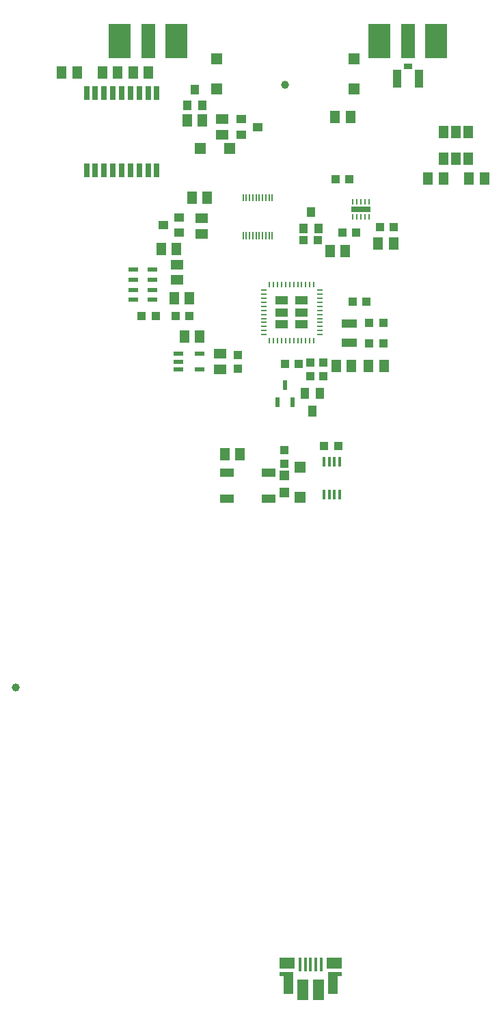
<source format=gbr>
G04 EAGLE Gerber RS-274X export*
G75*
%MOMM*%
%FSLAX34Y34*%
%LPD*%
%INSolderpaste Top*%
%IPPOS*%
%AMOC8*
5,1,8,0,0,1.08239X$1,22.5*%
G01*
%ADD10C,1.000762*%
%ADD11R,1.240000X1.500000*%
%ADD12R,1.000000X1.100000*%
%ADD13R,1.500000X1.240000*%
%ADD14R,1.100000X1.000000*%
%ADD15R,1.200000X0.550000*%
%ADD16R,1.400000X1.400000*%
%ADD17R,0.750000X0.250000*%
%ADD18R,0.250000X0.750000*%
%ADD19R,1.500000X1.000000*%
%ADD20R,1.900000X1.100000*%
%ADD21R,1.200000X1.000000*%
%ADD22R,1.200000X0.500000*%
%ADD23R,0.230000X0.930000*%
%ADD24R,0.200000X0.890000*%
%ADD25R,0.254000X0.711200*%
%ADD26R,2.387600X0.635000*%
%ADD27R,1.424941X2.499994*%
%ADD28R,0.400000X1.750000*%
%ADD29R,1.968500X1.333500*%
%ADD30R,1.270000X2.794000*%
%ADD31R,1.778000X0.571500*%
%ADD32R,1.168400X1.600200*%
%ADD33R,0.558800X1.270000*%
%ADD34R,1.050000X2.200000*%
%ADD35R,1.000000X0.800000*%
%ADD36R,0.800000X1.800000*%
%ADD37R,0.700000X1.800000*%
%ADD38R,1.778000X4.191000*%
%ADD39R,2.667000X4.191000*%
%ADD40R,1.651000X1.000000*%
%ADD41R,0.400000X1.200000*%
%ADD42R,1.200000X1.200000*%
%ADD43R,1.000000X1.200000*%
%ADD44R,1.000000X1.400000*%


D10*
X216600Y523700D03*
X550164Y1270000D03*
D11*
X425410Y958450D03*
X444410Y958450D03*
D12*
X491420Y935520D03*
X491420Y918520D03*
D13*
X469200Y936520D03*
X469200Y917520D03*
D14*
X633420Y1001310D03*
X650420Y1001310D03*
D15*
X418099Y936520D03*
X418099Y927020D03*
X418099Y917520D03*
X444101Y917520D03*
X444101Y936520D03*
D16*
X481670Y1191180D03*
X444670Y1191180D03*
D17*
X592850Y960480D03*
X592850Y965480D03*
X592850Y970480D03*
X592850Y975480D03*
X592850Y980480D03*
X592850Y985480D03*
X592850Y990480D03*
X592850Y995480D03*
X592850Y1000480D03*
X592850Y1005480D03*
X592850Y1010480D03*
D18*
X585600Y1022730D03*
X580600Y1022730D03*
X575600Y1022730D03*
X570600Y1022730D03*
X565600Y1022730D03*
X560600Y1022730D03*
X555600Y1022730D03*
X550600Y1022730D03*
X545600Y1022730D03*
X540600Y1022730D03*
X535600Y1022730D03*
D17*
X523350Y1015480D03*
X523350Y1010480D03*
X523350Y1005480D03*
X523350Y1000480D03*
X523350Y995480D03*
X523350Y990480D03*
X523350Y985480D03*
X523350Y980480D03*
X523350Y975480D03*
X523350Y970480D03*
X523350Y965480D03*
D18*
X530600Y953230D03*
X535600Y953230D03*
X540600Y953230D03*
X545600Y953230D03*
X550600Y953230D03*
X555600Y953230D03*
X560600Y953230D03*
X565600Y953230D03*
X570600Y953230D03*
X575600Y953230D03*
X580600Y953230D03*
D19*
X545600Y972980D03*
X545600Y987980D03*
X545600Y1002980D03*
X570600Y1002980D03*
X570600Y987980D03*
X570600Y972980D03*
D17*
X592850Y1015480D03*
D18*
X530600Y1022730D03*
D17*
X523350Y960480D03*
D18*
X585600Y953230D03*
D14*
X566600Y924480D03*
X549600Y924480D03*
X654380Y949880D03*
X671380Y949880D03*
X654380Y974640D03*
X671380Y974640D03*
D20*
X629860Y950580D03*
X629860Y974580D03*
D11*
X624750Y1064180D03*
X605750Y1064180D03*
X396200Y1066720D03*
X415200Y1066720D03*
X434300Y1130220D03*
X453300Y1130220D03*
D21*
X398880Y1095930D03*
X418880Y1105430D03*
X418880Y1086430D03*
D13*
X446980Y1104160D03*
X446980Y1085160D03*
D22*
X385630Y1003520D03*
X385630Y1016020D03*
X385630Y1028520D03*
X385630Y1041020D03*
X361630Y1003520D03*
X361630Y1016020D03*
X361630Y1028520D03*
X361630Y1041020D03*
D23*
X534010Y1129770D03*
X534010Y1083070D03*
X530010Y1129770D03*
X530010Y1083070D03*
X526010Y1129770D03*
X526010Y1083070D03*
X522010Y1129770D03*
X522010Y1083070D03*
X518010Y1129770D03*
X518010Y1083070D03*
X514010Y1129770D03*
X514010Y1083070D03*
X510010Y1129770D03*
X510010Y1083070D03*
X506010Y1129770D03*
X506010Y1083070D03*
X502010Y1129770D03*
X502010Y1083070D03*
X498010Y1129770D03*
X498010Y1083070D03*
D24*
X534010Y1082870D03*
X530010Y1129970D03*
X530010Y1082870D03*
X526010Y1129970D03*
X526010Y1082870D03*
X522010Y1129970D03*
X522010Y1082870D03*
X518010Y1129970D03*
X518010Y1082870D03*
X514010Y1129970D03*
X514010Y1082870D03*
X510010Y1129970D03*
X510010Y1082870D03*
X506010Y1129970D03*
X506010Y1082870D03*
X502010Y1129970D03*
X502010Y1082870D03*
X498010Y1129970D03*
X498010Y1082870D03*
D13*
X415860Y1047010D03*
X415860Y1028010D03*
D25*
X633914Y1106212D03*
X638740Y1106212D03*
X643820Y1106212D03*
X648900Y1106212D03*
X653726Y1106212D03*
X653726Y1125008D03*
X648900Y1125008D03*
X643820Y1125008D03*
X638740Y1125008D03*
X633914Y1125008D03*
D26*
X643820Y1115610D03*
D14*
X620720Y1086400D03*
X637720Y1086400D03*
D11*
X727040Y1154030D03*
X746040Y1154030D03*
D14*
X612460Y1152440D03*
X629460Y1152440D03*
D11*
X665120Y1073380D03*
X684120Y1073380D03*
X611780Y1229910D03*
X630780Y1229910D03*
D27*
X591225Y149900D03*
X571975Y149900D03*
D28*
X581600Y180650D03*
X588100Y180650D03*
X575100Y180650D03*
X594600Y180650D03*
X568600Y180650D03*
D29*
X552708Y182708D03*
X610493Y182708D03*
D30*
X554295Y158260D03*
D31*
X551755Y169373D03*
X611445Y169373D03*
D30*
X608905Y158260D03*
D14*
X389440Y983850D03*
X372440Y983850D03*
X414340Y983850D03*
X431340Y983850D03*
D32*
X777180Y1211500D03*
X761940Y1211500D03*
X746700Y1211500D03*
D33*
X540762Y877236D03*
X559558Y877236D03*
X550160Y898064D03*
D34*
X688490Y1277540D03*
X715990Y1277540D03*
D35*
X702240Y1292790D03*
D36*
X380420Y1259220D03*
X369420Y1259220D03*
X358420Y1259220D03*
X347420Y1259220D03*
X336420Y1259220D03*
X325420Y1259220D03*
X314420Y1259220D03*
D37*
X303920Y1259220D03*
X390920Y1259220D03*
D36*
X380420Y1164220D03*
X369420Y1164220D03*
X358420Y1164220D03*
X347420Y1164220D03*
X336420Y1164220D03*
X325420Y1164220D03*
X314420Y1164220D03*
D37*
X303920Y1164220D03*
X390920Y1164220D03*
D11*
X342810Y1285160D03*
X323810Y1285160D03*
X361590Y1285160D03*
X380590Y1285160D03*
X292330Y1284840D03*
X273330Y1284840D03*
D38*
X380300Y1323846D03*
D39*
X415246Y1323846D03*
X345354Y1323846D03*
D40*
X478040Y789660D03*
X529580Y789660D03*
X529580Y757660D03*
X478040Y757660D03*
D38*
X701864Y1323846D03*
D39*
X736810Y1323846D03*
X666918Y1323846D03*
D11*
X494260Y812080D03*
X475260Y812080D03*
D41*
X598200Y762370D03*
X604700Y762370D03*
X611200Y762370D03*
X617700Y762370D03*
X617700Y803370D03*
X611200Y803370D03*
X604700Y803370D03*
X598200Y803370D03*
D14*
X598500Y822560D03*
X615500Y822560D03*
D42*
X549210Y765070D03*
X549210Y786070D03*
D12*
X548890Y817410D03*
X548890Y800410D03*
D16*
X568260Y795980D03*
X568260Y758980D03*
D32*
X777180Y1177840D03*
X761940Y1177840D03*
X746700Y1177840D03*
D11*
X796840Y1154030D03*
X777840Y1154030D03*
X412390Y1005760D03*
X431390Y1005760D03*
X632370Y921300D03*
X613370Y921300D03*
X672380Y921300D03*
X653380Y921300D03*
D43*
X438080Y1264040D03*
X447580Y1244040D03*
X428580Y1244040D03*
D11*
X428580Y1225470D03*
X447580Y1225470D03*
D21*
X516030Y1217530D03*
X496030Y1208030D03*
X496030Y1227030D03*
D13*
X472060Y1227030D03*
X472060Y1208030D03*
D16*
X635570Y1264750D03*
X635570Y1301750D03*
X465070Y1264440D03*
X465070Y1301440D03*
D43*
X582230Y1112280D03*
X591730Y1092280D03*
X572730Y1092280D03*
D44*
X583820Y865850D03*
X574320Y887850D03*
X593320Y887850D03*
D12*
X597470Y925680D03*
X597470Y908680D03*
D14*
X590100Y1077200D03*
X573100Y1077200D03*
X667390Y1093390D03*
X684390Y1093390D03*
D12*
X581600Y925680D03*
X581600Y908680D03*
M02*

</source>
